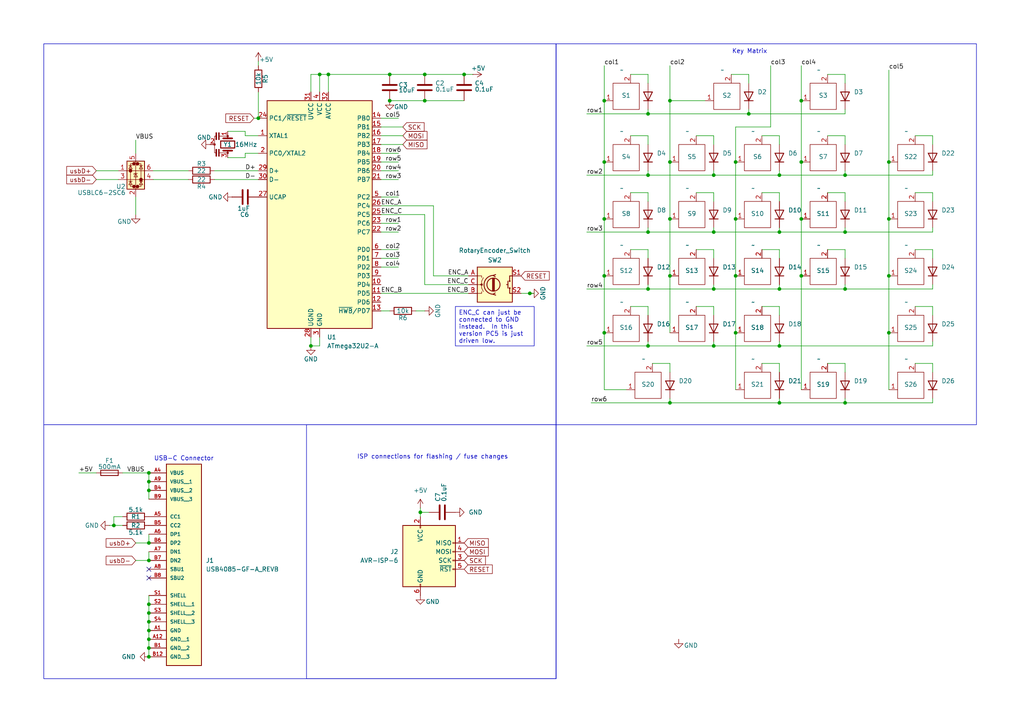
<source format=kicad_sch>
(kicad_sch (version 20250114) (generator "eeschema") (generator_version "9.0")
  (paper "A4")
  (rectangle (start 161.29 12.7) (end 283.21 123.19))
  (rectangle (start 12.7 123.19) (end 161.29 196.85))
  (rectangle (start 88.9 123.19) (end 161.29 196.85))
  (rectangle (start 12.7 12.7) (end 161.29 123.19))
  (text "USB-C Connector" (at 53.34 133.096 0) (effects (font (size 1.27 1.27))))
  (text "Key Matrix" (at 217.424 14.986 0) (effects (font (size 1.27 1.27))))
  (text "ISP connections for flashing / fuse changes" (at 125.476 132.588 0) (effects (font (size 1.27 1.27))))
  (text_box "ENC_C can just be connected to GND instead.  In this version PC5 is just driven low." (at 132.08 88.9 0) (size 22.86 11.43) (margins 0.9525 0.9525 0.9525 0.9525) (effects (font (size 1.27 1.27)) (justify left top)))
  (junction (at 207.01 50.8))
  (junction (at 92.71 21.59))
  (junction (at 175.26 96.52))
  (junction (at 43.18 157.48))
  (junction (at 226.06 67.31))
  (junction (at 207.01 67.31))
  (junction (at 187.96 100.33))
  (junction (at 187.96 67.31))
  (junction (at 213.36 96.52))
  (junction (at 113.03 21.59))
  (junction (at 113.03 29.21))
  (junction (at 43.18 187.96))
  (junction (at 153.67 85.09))
  (junction (at 43.18 139.7))
  (junction (at 90.17 100.33))
  (junction (at 245.11 116.84))
  (junction (at 43.18 182.88))
  (junction (at 232.41 80.01))
  (junction (at 43.18 137.16))
  (junction (at 43.18 175.26))
  (junction (at 245.11 83.82))
  (junction (at 74.93 34.29))
  (junction (at 226.06 116.84))
  (junction (at 194.31 29.21))
  (junction (at 257.81 80.01))
  (junction (at 207.01 83.82))
  (junction (at 213.36 80.01))
  (junction (at 245.11 67.31))
  (junction (at 175.26 63.5))
  (junction (at 95.25 21.59))
  (junction (at 43.18 185.42))
  (junction (at 33.02 152.4))
  (junction (at 226.06 50.8))
  (junction (at 43.18 190.5))
  (junction (at 217.17 33.02))
  (junction (at 121.92 148.59))
  (junction (at 175.26 29.21))
  (junction (at 232.41 29.21))
  (junction (at 187.96 83.82))
  (junction (at 232.41 46.99))
  (junction (at 257.81 96.52))
  (junction (at 257.81 63.5))
  (junction (at 175.26 80.01))
  (junction (at 43.18 180.34))
  (junction (at 226.06 100.33))
  (junction (at 194.31 80.01))
  (junction (at 194.31 46.99))
  (junction (at 187.96 50.8))
  (junction (at 213.36 46.99))
  (junction (at 123.19 21.59))
  (junction (at 43.18 177.8))
  (junction (at 187.96 33.02))
  (junction (at 213.36 63.5))
  (junction (at 207.01 100.33))
  (junction (at 175.26 46.99))
  (junction (at 245.11 50.8))
  (junction (at 194.31 63.5))
  (junction (at 226.06 83.82))
  (junction (at 257.81 46.99))
  (junction (at 134.62 21.59))
  (junction (at 43.18 142.24))
  (junction (at 123.19 29.21))
  (junction (at 232.41 63.5))
  (junction (at 194.31 116.84))
  (junction (at 43.18 162.56))
  (no_connect (at 43.18 165.1))
  (no_connect (at 43.18 167.64))
  (wire (pts (xy 187.96 99.06) (xy 187.96 100.33)))
  (wire (pts (xy 110.49 77.47) (xy 115.57 77.47)))
  (wire (pts (xy 270.51 82.55) (xy 270.51 83.82)))
  (wire (pts (xy 74.93 39.37) (xy 71.12 39.37)))
  (wire (pts (xy 194.31 19.05) (xy 194.31 29.21)))
  (wire (pts (xy 27.94 49.53) (xy 34.29 49.53)))
  (wire (pts (xy 187.96 67.31) (xy 207.01 67.31)))
  (wire (pts (xy 175.26 80.01) (xy 175.26 96.52)))
  (wire (pts (xy 217.17 21.59) (xy 217.17 24.13)))
  (wire (pts (xy 33.02 152.4) (xy 31.75 152.4)))
  (wire (pts (xy 116.84 39.37) (xy 110.49 39.37)))
  (wire (pts (xy 110.49 74.93) (xy 115.57 74.93)))
  (wire (pts (xy 43.18 142.24) (xy 43.18 144.78)))
  (wire (pts (xy 43.18 160.02) (xy 43.18 162.56)))
  (wire (pts (xy 43.18 180.34) (xy 43.18 182.88)))
  (wire (pts (xy 194.31 63.5) (xy 194.31 80.01)))
  (wire (pts (xy 110.49 90.17) (xy 113.03 90.17)))
  (wire (pts (xy 226.06 116.84) (xy 245.11 116.84)))
  (wire (pts (xy 92.71 100.33) (xy 90.17 100.33)))
  (wire (pts (xy 175.26 113.03) (xy 175.26 96.52)))
  (wire (pts (xy 74.93 44.45) (xy 71.12 44.45)))
  (wire (pts (xy 207.01 67.31) (xy 226.06 67.31)))
  (wire (pts (xy 90.17 97.79) (xy 90.17 100.33)))
  (wire (pts (xy 220.98 55.88) (xy 226.06 55.88)))
  (wire (pts (xy 213.36 63.5) (xy 213.36 80.01)))
  (wire (pts (xy 270.51 55.88) (xy 270.51 58.42)))
  (wire (pts (xy 220.98 105.41) (xy 226.06 105.41)))
  (wire (pts (xy 33.02 149.86) (xy 35.56 149.86)))
  (wire (pts (xy 265.43 72.39) (xy 270.51 72.39)))
  (wire (pts (xy 171.45 116.84) (xy 194.31 116.84)))
  (wire (pts (xy 270.51 49.53) (xy 270.51 50.8)))
  (wire (pts (xy 257.81 63.5) (xy 257.81 80.01)))
  (wire (pts (xy 240.03 72.39) (xy 245.11 72.39)))
  (wire (pts (xy 212.09 21.59) (xy 217.17 21.59)))
  (wire (pts (xy 217.17 31.75) (xy 217.17 33.02)))
  (wire (pts (xy 207.01 50.8) (xy 226.06 50.8)))
  (wire (pts (xy 245.11 66.04) (xy 245.11 67.31)))
  (wire (pts (xy 175.26 63.5) (xy 175.26 80.01)))
  (wire (pts (xy 226.06 66.04) (xy 226.06 67.31)))
  (wire (pts (xy 270.51 72.39) (xy 270.51 74.93)))
  (wire (pts (xy 232.41 46.99) (xy 232.41 63.5)))
  (wire (pts (xy 175.26 19.05) (xy 175.26 29.21)))
  (wire (pts (xy 204.47 29.21) (xy 194.31 29.21)))
  (wire (pts (xy 187.96 33.02) (xy 217.17 33.02)))
  (wire (pts (xy 66.04 45.72) (xy 71.12 45.72)))
  (wire (pts (xy 194.31 80.01) (xy 194.31 96.52)))
  (wire (pts (xy 220.98 88.9) (xy 226.06 88.9)))
  (wire (pts (xy 170.18 33.02) (xy 187.96 33.02)))
  (wire (pts (xy 201.93 39.37) (xy 207.01 39.37)))
  (wire (pts (xy 170.18 67.31) (xy 187.96 67.31)))
  (wire (pts (xy 116.84 36.83) (xy 110.49 36.83)))
  (wire (pts (xy 123.19 82.55) (xy 135.89 82.55)))
  (wire (pts (xy 33.02 152.4) (xy 35.56 152.4)))
  (wire (pts (xy 245.11 50.8) (xy 270.51 50.8)))
  (wire (pts (xy 74.93 26.67) (xy 74.93 34.29)))
  (wire (pts (xy 71.12 44.45) (xy 71.12 45.72)))
  (wire (pts (xy 223.52 19.05) (xy 223.52 36.83)))
  (wire (pts (xy 135.89 80.01) (xy 125.73 80.01)))
  (wire (pts (xy 43.18 177.8) (xy 43.18 180.34)))
  (wire (pts (xy 43.18 187.96) (xy 43.18 190.5)))
  (wire (pts (xy 194.31 105.41) (xy 194.31 107.95)))
  (wire (pts (xy 182.88 72.39) (xy 187.96 72.39)))
  (wire (pts (xy 170.18 50.8) (xy 187.96 50.8)))
  (wire (pts (xy 187.96 67.31) (xy 187.96 66.04)))
  (wire (pts (xy 213.36 46.99) (xy 213.36 36.83)))
  (wire (pts (xy 265.43 55.88) (xy 270.51 55.88)))
  (wire (pts (xy 39.37 162.56) (xy 43.18 162.56)))
  (wire (pts (xy 265.43 39.37) (xy 270.51 39.37)))
  (wire (pts (xy 201.93 88.9) (xy 207.01 88.9)))
  (wire (pts (xy 187.96 72.39) (xy 187.96 74.93)))
  (wire (pts (xy 194.31 115.57) (xy 194.31 116.84)))
  (wire (pts (xy 226.06 83.82) (xy 245.11 83.82)))
  (wire (pts (xy 207.01 83.82) (xy 226.06 83.82)))
  (wire (pts (xy 220.98 72.39) (xy 226.06 72.39)))
  (wire (pts (xy 232.41 80.01) (xy 232.41 113.03)))
  (wire (pts (xy 265.43 105.41) (xy 270.51 105.41)))
  (wire (pts (xy 270.51 88.9) (xy 270.51 91.44)))
  (wire (pts (xy 270.51 39.37) (xy 270.51 41.91)))
  (wire (pts (xy 44.45 52.07) (xy 54.61 52.07)))
  (wire (pts (xy 194.31 29.21) (xy 194.31 46.99)))
  (wire (pts (xy 66.04 38.1) (xy 71.12 38.1)))
  (wire (pts (xy 71.12 39.37) (xy 71.12 38.1)))
  (wire (pts (xy 110.49 44.45) (xy 115.57 44.45)))
  (wire (pts (xy 43.18 182.88) (xy 43.18 185.42)))
  (wire (pts (xy 245.11 105.41) (xy 245.11 107.95)))
  (wire (pts (xy 22.86 137.16) (xy 27.94 137.16)))
  (wire (pts (xy 90.17 21.59) (xy 90.17 26.67)))
  (wire (pts (xy 187.96 49.53) (xy 187.96 50.8)))
  (wire (pts (xy 123.19 21.59) (xy 134.62 21.59)))
  (wire (pts (xy 95.25 21.59) (xy 95.25 26.67)))
  (wire (pts (xy 232.41 19.05) (xy 232.41 29.21)))
  (wire (pts (xy 175.26 29.21) (xy 175.26 46.99)))
  (wire (pts (xy 110.49 64.77) (xy 115.57 64.77)))
  (wire (pts (xy 226.06 49.53) (xy 226.06 50.8)))
  (wire (pts (xy 110.49 72.39) (xy 115.57 72.39)))
  (wire (pts (xy 240.03 39.37) (xy 245.11 39.37)))
  (wire (pts (xy 194.31 116.84) (xy 226.06 116.84)))
  (wire (pts (xy 220.98 39.37) (xy 226.06 39.37)))
  (wire (pts (xy 110.49 85.09) (xy 135.89 85.09)))
  (wire (pts (xy 187.96 83.82) (xy 207.01 83.82)))
  (wire (pts (xy 187.96 88.9) (xy 187.96 91.44)))
  (wire (pts (xy 43.18 137.16) (xy 43.18 139.7)))
  (wire (pts (xy 245.11 67.31) (xy 270.51 67.31)))
  (wire (pts (xy 245.11 31.75) (xy 245.11 33.02)))
  (wire (pts (xy 113.03 21.59) (xy 123.19 21.59)))
  (wire (pts (xy 95.25 21.59) (xy 113.03 21.59)))
  (wire (pts (xy 182.88 39.37) (xy 187.96 39.37)))
  (wire (pts (xy 213.36 36.83) (xy 223.52 36.83)))
  (wire (pts (xy 187.96 21.59) (xy 187.96 24.13)))
  (wire (pts (xy 270.51 105.41) (xy 270.51 107.95)))
  (wire (pts (xy 270.51 99.06) (xy 270.51 100.33)))
  (wire (pts (xy 270.51 66.04) (xy 270.51 67.31)))
  (wire (pts (xy 201.93 55.88) (xy 207.01 55.88)))
  (wire (pts (xy 137.16 21.59) (xy 134.62 21.59)))
  (wire (pts (xy 226.06 50.8) (xy 245.11 50.8)))
  (wire (pts (xy 226.06 72.39) (xy 226.06 74.93)))
  (wire (pts (xy 187.96 39.37) (xy 187.96 41.91)))
  (wire (pts (xy 121.92 149.86) (xy 121.92 148.59)))
  (wire (pts (xy 240.03 55.88) (xy 245.11 55.88)))
  (wire (pts (xy 245.11 116.84) (xy 270.51 116.84)))
  (wire (pts (xy 121.92 147.32) (xy 121.92 148.59)))
  (wire (pts (xy 187.96 31.75) (xy 187.96 33.02)))
  (wire (pts (xy 207.01 100.33) (xy 226.06 100.33)))
  (wire (pts (xy 110.49 46.99) (xy 115.57 46.99)))
  (wire (pts (xy 201.93 72.39) (xy 207.01 72.39)))
  (wire (pts (xy 232.41 63.5) (xy 232.41 80.01)))
  (wire (pts (xy 240.03 105.41) (xy 245.11 105.41)))
  (wire (pts (xy 170.18 83.82) (xy 187.96 83.82)))
  (wire (pts (xy 74.93 52.07) (xy 62.23 52.07)))
  (wire (pts (xy 257.81 46.99) (xy 257.81 63.5)))
  (wire (pts (xy 270.51 115.57) (xy 270.51 116.84)))
  (wire (pts (xy 245.11 72.39) (xy 245.11 74.93)))
  (wire (pts (xy 245.11 83.82) (xy 270.51 83.82)))
  (wire (pts (xy 123.19 29.21) (xy 134.62 29.21)))
  (wire (pts (xy 240.03 21.59) (xy 245.11 21.59)))
  (wire (pts (xy 207.01 88.9) (xy 207.01 91.44)))
  (wire (pts (xy 207.01 50.8) (xy 207.01 49.53)))
  (wire (pts (xy 187.96 100.33) (xy 207.01 100.33)))
  (wire (pts (xy 213.36 80.01) (xy 213.36 96.52)))
  (wire (pts (xy 35.56 137.16) (xy 43.18 137.16)))
  (wire (pts (xy 207.01 55.88) (xy 207.01 58.42)))
  (wire (pts (xy 217.17 33.02) (xy 245.11 33.02)))
  (wire (pts (xy 189.23 105.41) (xy 194.31 105.41)))
  (wire (pts (xy 92.71 21.59) (xy 95.25 21.59)))
  (wire (pts (xy 207.01 82.55) (xy 207.01 83.82)))
  (wire (pts (xy 245.11 39.37) (xy 245.11 41.91)))
  (wire (pts (xy 110.49 57.15) (xy 115.57 57.15)))
  (wire (pts (xy 110.49 34.29) (xy 115.57 34.29)))
  (wire (pts (xy 226.06 88.9) (xy 226.06 91.44)))
  (wire (pts (xy 245.11 82.55) (xy 245.11 83.82)))
  (wire (pts (xy 245.11 115.57) (xy 245.11 116.84)))
  (wire (pts (xy 73.66 34.29) (xy 74.93 34.29)))
  (wire (pts (xy 74.93 49.53) (xy 62.23 49.53)))
  (wire (pts (xy 43.18 172.72) (xy 43.18 175.26)))
  (wire (pts (xy 110.49 67.31) (xy 115.57 67.31)))
  (wire (pts (xy 154.94 85.09) (xy 153.67 85.09)))
  (wire (pts (xy 257.81 96.52) (xy 257.81 113.03)))
  (wire (pts (xy 207.01 66.04) (xy 207.01 67.31)))
  (wire (pts (xy 39.37 40.64) (xy 39.37 44.45)))
  (wire (pts (xy 226.06 99.06) (xy 226.06 100.33)))
  (wire (pts (xy 226.06 82.55) (xy 226.06 83.82)))
  (wire (pts (xy 110.49 52.07) (xy 115.57 52.07)))
  (wire (pts (xy 182.88 88.9) (xy 187.96 88.9)))
  (wire (pts (xy 265.43 88.9) (xy 270.51 88.9)))
  (wire (pts (xy 213.36 96.52) (xy 213.36 113.03)))
  (wire (pts (xy 257.81 20.32) (xy 257.81 46.99)))
  (wire (pts (xy 110.49 59.69) (xy 125.73 59.69)))
  (wire (pts (xy 245.11 55.88) (xy 245.11 58.42)))
  (wire (pts (xy 182.88 21.59) (xy 187.96 21.59)))
  (wire (pts (xy 43.18 175.26) (xy 43.18 177.8)))
  (wire (pts (xy 74.93 17.78) (xy 74.93 19.05)))
  (wire (pts (xy 43.18 185.42) (xy 43.18 187.96)))
  (wire (pts (xy 110.49 49.53) (xy 115.57 49.53)))
  (wire (pts (xy 92.71 21.59) (xy 92.71 26.67)))
  (wire (pts (xy 257.81 80.01) (xy 257.81 96.52)))
  (wire (pts (xy 39.37 62.23) (xy 39.37 57.15)))
  (wire (pts (xy 207.01 39.37) (xy 207.01 41.91)))
  (wire (pts (xy 245.11 49.53) (xy 245.11 50.8)))
  (wire (pts (xy 39.37 157.48) (xy 43.18 157.48)))
  (wire (pts (xy 27.94 52.07) (xy 34.29 52.07)))
  (wire (pts (xy 43.18 157.48) (xy 43.18 154.94)))
  (wire (pts (xy 90.17 21.59) (xy 92.71 21.59)))
  (wire (pts (xy 245.11 21.59) (xy 245.11 24.13)))
  (wire (pts (xy 207.01 99.06) (xy 207.01 100.33)))
  (wire (pts (xy 187.96 50.8) (xy 207.01 50.8)))
  (wire (pts (xy 43.18 139.7) (xy 43.18 142.24)))
  (wire (pts (xy 175.26 46.99) (xy 175.26 63.5)))
  (wire (pts (xy 116.84 41.91) (xy 110.49 41.91)))
  (wire (pts (xy 110.49 62.23) (xy 123.19 62.23)))
  (wire (pts (xy 232.41 29.21) (xy 232.41 46.99)))
  (wire (pts (xy 213.36 46.99) (xy 213.36 63.5)))
  (wire (pts (xy 226.06 67.31) (xy 245.11 67.31)))
  (wire (pts (xy 113.03 29.21) (xy 123.19 29.21)))
  (wire (pts (xy 226.06 115.57) (xy 226.06 116.84)))
  (wire (pts (xy 226.06 100.33) (xy 270.51 100.33)))
  (wire (pts (xy 120.65 90.17) (xy 123.19 90.17)))
  (wire (pts (xy 92.71 97.79) (xy 92.71 100.33)))
  (wire (pts (xy 207.01 72.39) (xy 207.01 74.93)))
  (wire (pts (xy 226.06 39.37) (xy 226.06 41.91)))
  (wire (pts (xy 170.18 100.33) (xy 187.96 100.33)))
  (wire (pts (xy 194.31 46.99) (xy 194.31 63.5)))
  (wire (pts (xy 33.02 149.86) (xy 33.02 152.4)))
  (wire (pts (xy 44.45 49.53) (xy 54.61 49.53)))
  (wire (pts (xy 226.06 55.88) (xy 226.06 58.42)))
  (wire (pts (xy 153.67 85.09) (xy 151.13 85.09)))
  (wire (pts (xy 123.19 82.55) (xy 123.19 62.23)))
  (wire (pts (xy 182.88 55.88) (xy 187.96 55.88)))
  (wire (pts (xy 187.96 82.55) (xy 187.96 83.82)))
  (wire (pts (xy 181.61 113.03) (xy 175.26 113.03)))
  (wire (pts (xy 125.73 80.01) (xy 125.73 59.69)))
  (wire (pts (xy 226.06 105.41) (xy 226.06 107.95)))
  (wire (pts (xy 121.92 148.59) (xy 124.46 148.59)))
  (wire (pts (xy 187.96 55.88) (xy 187.96 58.42)))
  (label "col2" (at 194.31 19.05 0))
  (label "ENC_C" (at 135.89 82.55 180))
  (label "VBUS" (at 36.83 137.16 0))
  (label "col1" (at 111.76 57.15 0))
  (label "col5" (at 257.81 20.32 0))
  (label "row3" (at 111.76 52.07 0))
  (label "col3" (at 111.76 74.93 0))
  (label "row3" (at 170.18 67.31 0))
  (label "D-" (at 71.12 52.07 0))
  (label "row1" (at 111.76 64.77 0))
  (label "col1" (at 175.26 19.05 0))
  (label "col3" (at 223.52 19.05 0))
  (label "ENC_B" (at 110.49 85.09 0))
  (label "D+" (at 71.12 49.53 0))
  (label "+5V" (at 22.86 137.16 0))
  (label "ENC_C" (at 110.49 62.23 0))
  (label "ENC_A" (at 135.89 80.01 180))
  (label "row2" (at 170.18 50.8 0))
  (label "col4" (at 232.41 19.05 0))
  (label "ENC_A" (at 110.49 59.69 0))
  (label "col4" (at 111.76 77.47 0))
  (label "ENC_B" (at 135.89 85.09 180))
  (label "row6" (at 171.45 116.84 0))
  (label "row4" (at 111.76 49.53 0))
  (label "row6" (at 111.76 44.45 0))
  (label "col5" (at 111.76 34.29 0))
  (label "row5" (at 170.18 100.33 0))
  (label "row1" (at 170.18 33.02 0))
  (label "col2" (at 111.76 72.39 0))
  (label "row2" (at 111.76 67.31 0))
  (label "row4" (at 170.18 83.82 0))
  (label "row5" (at 111.76 46.99 0))
  (label "VBUS" (at 39.37 40.64 0))
  (global_label "usbD+" (shape input) (at 39.37 157.48 180) (property "Intersheetrefs" "${INTERSHEET_REFS}" (effects (hide yes))))
  (global_label "RESET" (shape input) (at 134.62 165.1 0) (property "Intersheetrefs" "${INTERSHEET_REFS}" (effects (hide yes))))
  (global_label "usbD+" (shape input) (at 27.94 49.53 180) (property "Intersheetrefs" "${INTERSHEET_REFS}" (effects (hide yes))))
  (global_label "MISO" (shape input) (at 134.62 157.48 0) (property "Intersheetrefs" "${INTERSHEET_REFS}" (effects (hide yes))))
  (global_label "RESET" (shape input) (at 73.66 34.29 180) (property "Intersheetrefs" "${INTERSHEET_REFS}" (effects (hide yes))))
  (global_label "SCK" (shape input) (at 134.62 162.56 0) (property "Intersheetrefs" "${INTERSHEET_REFS}" (effects (hide yes))))
  (global_label "MOSI" (shape input) (at 134.62 160.02 0) (property "Intersheetrefs" "${INTERSHEET_REFS}" (effects (hide yes))))
  (global_label "usbD-" (shape input) (at 27.94 52.07 180) (property "Intersheetrefs" "${INTERSHEET_REFS}" (effects (hide yes))))
  (global_label "usbD-" (shape input) (at 39.37 162.56 180) (property "Intersheetrefs" "${INTERSHEET_REFS}" (effects (hide yes))))
  (global_label "MOSI" (shape input) (at 116.84 39.37 0) (property "Intersheetrefs" "${INTERSHEET_REFS}" (effects (hide yes))))
  (global_label "MISO" (shape input) (at 116.84 41.91 0) (property "Intersheetrefs" "${INTERSHEET_REFS}" (effects (hide yes))))
  (global_label "RESET" (shape input) (at 151.13 80.01 0) (property "Intersheetrefs" "${INTERSHEET_REFS}" (effects (hide yes))))
  (global_label "SCK" (shape input) (at 116.84 36.83 0) (property "Intersheetrefs" "${INTERSHEET_REFS}" (effects (hide yes))))
  (symbol (lib_id "privSwitch:mxalps_1") (at 219.71 62.23 0) (unit 1)
    (property "Reference" "S10" (at 219.71 61.976 0))
    (property "Value" "~" (at 218.44 54.61 0))
    (property "Footprint" "alpsMX:MX-Alps-Hybrid-1U" (effects (hide yes)))
  )
  (symbol (lib_id "Diode:BAV16W") (at 245.11 78.74 90) (unit 1)
    (property "Reference" "D15" (at 247.65 77.4699 90) (effects (justify right)))
    (property "Value" "BAV16W" (effects (hide yes)))
    (property "Footprint" "Diode_SMD:D_SOD-123" (effects (hide yes)))
    (property "Datasheet" "https://www.diodes.com/assets/Datasheets/ds30086.pdf" (effects (hide yes)))
    (property "Description" "75V 0.15A Fast Switching Diode, SOD-123" (effects (hide yes)))
    (property "Sim.Device" "D" (effects (hide yes)))
    (property "Sim.Pins" "1=K 2=A" (effects (hide yes)))
  )
  (symbol (lib_id "Diode:BAV16W") (at 226.06 62.23 90) (unit 1)
    (property "Reference" "D10" (at 228.6 60.9599 90) (effects (justify right)))
    (property "Value" "BAV16W" (effects (hide yes)))
    (property "Footprint" "Diode_SMD:D_SOD-123" (effects (hide yes)))
    (property "Datasheet" "https://www.diodes.com/assets/Datasheets/ds30086.pdf" (effects (hide yes)))
    (property "Description" "75V 0.15A Fast Switching Diode, SOD-123" (effects (hide yes)))
    (property "Sim.Device" "D" (effects (hide yes)))
    (property "Sim.Pins" "1=K 2=A" (effects (hide yes)))
  )
  (symbol (lib_id "privSwitch:mxalps_1") (at 200.66 45.72 0) (unit 1)
    (property "Reference" "S5" (at 200.66 45.466 0))
    (property "Value" "~" (at 199.39 38.1 0))
    (property "Footprint" "alpsMX:MX-Alps-Hybrid-1U" (effects (hide yes)))
  )
  (symbol (lib_id "power:GND") (at 153.67 85.09 90) (mirror x) (unit 1)
    (property "Reference" "#PWR07" (effects (hide yes)))
    (property "Value" "GND" (at 157.48 85.09 0))
    (property "Description" "Power symbol creates a global label with name \"GND\" , ground" (effects (hide yes)))
  )
  (symbol (lib_id "privSwitch:mxalps_1") (at 264.16 62.23 0) (unit 1)
    (property "Reference" "S23" (at 264.16 61.976 0))
    (property "Value" "~" (at 262.89 54.61 0))
    (property "Footprint" "alpsMX:MX-Alps-Hybrid-1U" (effects (hide yes)))
  )
  (symbol (lib_id "Device:R") (at 39.37 152.4 270) (unit 1)
    (property "Reference" "R2" (at 39.37 152.4 90))
    (property "Value" "5.1k" (at 39.37 154.432 90))
    (property "Footprint" "Resistor_SMD:R_0805_2012Metric_Pad1.20x1.40mm_HandSolder" (effects (hide yes)))
    (property "Description" "Resistor" (effects (hide yes)))
  )
  (symbol (lib_id "power:+5V") (at 137.16 21.59 270) (unit 1)
    (property "Reference" "#PWR010" (effects (hide yes)))
    (property "Value" "+5V" (at 136.652 19.812 90) (effects (justify left)))
    (property "Description" "Power symbol creates a global label with name \"+5V\"" (effects (hide yes)))
  )
  (symbol (lib_id "power:+5V") (at 121.92 147.32 0) (unit 1)
    (property "Reference" "#PWR016" (effects (hide yes)))
    (property "Value" "+5V" (at 121.92 142.24 0))
    (property "Description" "Power symbol creates a global label with name \"+5V\"" (effects (hide yes)))
  )
  (symbol (lib_id "Device:R") (at 116.84 90.17 270) (unit 1)
    (property "Reference" "R6" (at 116.84 92.202 90))
    (property "Value" "10k" (at 116.84 90.17 90))
    (property "Footprint" "Resistor_SMD:R_0805_2012Metric_Pad1.20x1.40mm_HandSolder" (effects (hide yes)))
    (property "Description" "Resistor" (effects (hide yes)))
  )
  (symbol (lib_id "MCU_Microchip_ATmega:ATmega32U2-A") (at 92.71 62.23 0) (unit 1)
    (property "Reference" "U1" (at 94.8533 97.79 0) (effects (justify left)))
    (property "Value" "ATmega32U2-A" (at 94.8533 100.33 0) (effects (justify left)))
    (property "Footprint" "Package_QFP:TQFP-32_7x7mm_P0.8mm" (effects (hide yes)))
    (property "Datasheet" "http://ww1.microchip.com/downloads/en/DeviceDoc/doc7799.pdf" (effects (hide yes)))
    (property "Description" "16MHz, 32kB Flash, 1kB SRAM, 1kB EEPROM, TQFP-32" (effects (hide yes)))
  )
  (symbol (lib_id "privSwitch:mxalps_1") (at 264.16 78.74 0) (unit 1)
    (property "Reference" "S24" (at 264.16 78.486 0))
    (property "Value" "~" (at 262.89 71.12 0))
    (property "Footprint" "alpsMX:MX-Alps-Hybrid-1U" (effects (hide yes)))
  )
  (symbol (lib_id "Device:R") (at 39.37 149.86 270) (unit 1)
    (property "Reference" "R1" (at 39.37 149.86 90))
    (property "Value" "5.1k" (at 39.37 147.828 90))
    (property "Footprint" "Resistor_SMD:R_0805_2012Metric_Pad1.20x1.40mm_HandSolder" (effects (hide yes)))
    (property "Description" "Resistor" (effects (hide yes)))
  )
  (symbol (lib_id "privSwitch:mxalps_1") (at 181.61 95.25 0) (unit 1)
    (property "Reference" "S16" (at 181.61 94.996 0))
    (property "Value" "~" (at 180.34 87.63 0))
    (property "Footprint" "alpsMX:MX-Alps-Hybrid-1U" (effects (hide yes)))
  )
  (symbol (lib_id "Diode:BAV16W") (at 226.06 45.72 90) (unit 1)
    (property "Reference" "D6" (at 228.6 44.4499 90) (effects (justify right)))
    (property "Value" "BAV16W" (effects (hide yes)))
    (property "Footprint" "Diode_SMD:D_SOD-123" (effects (hide yes)))
    (property "Datasheet" "https://www.diodes.com/assets/Datasheets/ds30086.pdf" (effects (hide yes)))
    (property "Description" "75V 0.15A Fast Switching Diode, SOD-123" (effects (hide yes)))
    (property "Sim.Device" "D" (effects (hide yes)))
    (property "Sim.Pins" "1=K 2=A" (effects (hide yes)))
  )
  (symbol (lib_id "privSwitch:mxalps_1") (at 219.71 111.76 0) (unit 1)
    (property "Reference" "S21" (at 219.71 111.506 0))
    (property "Value" "~" (at 218.44 104.14 0))
    (property "Footprint" "alpsMX:MX-Alps-Hybrid-1U" (effects (hide yes)))
  )
  (symbol (lib_id "Device:C") (at 71.12 57.15 270) (unit 1)
    (property "Reference" "C6" (at 69.596 62.23 90) (effects (justify left)))
    (property "Value" "1uF" (at 68.834 60.452 90) (effects (justify left)))
    (property "Footprint" "Capacitor_SMD:C_0805_2012Metric_Pad1.18x1.45mm_HandSolder" (effects (hide yes)))
    (property "Description" "Unpolarized capacitor" (effects (hide yes)))
  )
  (symbol (lib_id "Diode:BAV16W") (at 207.01 62.23 90) (unit 1)
    (property "Reference" "D9" (at 209.55 60.9599 90) (effects (justify right)))
    (property "Value" "BAV16W" (effects (hide yes)))
    (property "Footprint" "Diode_SMD:D_SOD-123" (effects (hide yes)))
    (property "Datasheet" "https://www.diodes.com/assets/Datasheets/ds30086.pdf" (effects (hide yes)))
    (property "Description" "75V 0.15A Fast Switching Diode, SOD-123" (effects (hide yes)))
    (property "Sim.Device" "D" (effects (hide yes)))
    (property "Sim.Pins" "1=K 2=A" (effects (hide yes)))
  )
  (symbol (lib_id "Device:C") (at 123.19 25.4 0) (unit 1)
    (property "Reference" "C2" (at 126.238 24.13 0) (effects (justify left)))
    (property "Value" "0.1uF" (at 126.238 25.908 0) (effects (justify left)))
    (property "Footprint" "Capacitor_SMD:C_0805_2012Metric_Pad1.18x1.45mm_HandSolder" (effects (hide yes)))
    (property "Description" "Unpolarized capacitor" (effects (hide yes)))
  )
  (symbol (lib_id "Diode:BAV16W") (at 194.31 111.76 90) (unit 1)
    (property "Reference" "D20" (at 196.85 110.4899 90) (effects (justify right)))
    (property "Value" "BAV16W" (effects (hide yes)))
    (property "Footprint" "Diode_SMD:D_SOD-123" (effects (hide yes)))
    (property "Datasheet" "https://www.diodes.com/assets/Datasheets/ds30086.pdf" (effects (hide yes)))
    (property "Description" "75V 0.15A Fast Switching Diode, SOD-123" (effects (hide yes)))
    (property "Sim.Device" "D" (effects (hide yes)))
    (property "Sim.Pins" "1=K 2=A" (effects (hide yes)))
  )
  (symbol (lib_id "Device:C") (at 128.27 148.59 90) (unit 1)
    (property "Reference" "C7" (at 127 145.542 0) (effects (justify left)))
    (property "Value" "0.1uF" (at 128.778 145.542 0) (effects (justify left)))
    (property "Footprint" "Capacitor_SMD:C_0805_2012Metric_Pad1.18x1.45mm_HandSolder" (effects (hide yes)))
    (property "Description" "Unpolarized capacitor" (effects (hide yes)))
  )
  (symbol (lib_id "Diode:BAV16W") (at 270.51 111.76 90) (unit 1)
    (property "Reference" "D26" (at 273.05 110.4899 90) (effects (justify right)))
    (property "Value" "BAV16W" (effects (hide yes)))
    (property "Footprint" "Diode_SMD:D_SOD-123" (effects (hide yes)))
    (property "Datasheet" "https://www.diodes.com/assets/Datasheets/ds30086.pdf" (effects (hide yes)))
    (property "Description" "75V 0.15A Fast Switching Diode, SOD-123" (effects (hide yes)))
    (property "Sim.Device" "D" (effects (hide yes)))
    (property "Sim.Pins" "1=K 2=A" (effects (hide yes)))
  )
  (symbol (lib_id "privSwitch:mxalps_1") (at 200.66 95.25 0) (unit 1)
    (property "Reference" "S17" (at 200.66 94.996 0))
    (property "Value" "~" (at 199.39 87.63 0))
    (property "Footprint" "alpsMX:MX-Alps-Hybrid-1U" (effects (hide yes)))
  )
  (symbol (lib_id "power:GND") (at 67.31 57.15 270) (mirror x) (unit 1)
    (property "Reference" "#PWR013" (effects (hide yes)))
    (property "Value" "GND" (at 62.484 57.15 90))
    (property "Description" "Power symbol creates a global label with name \"GND\" , ground" (effects (hide yes)))
  )
  (symbol (lib_id "Device:R") (at 58.42 52.07 90) (mirror x) (unit 1)
    (property "Reference" "R4" (at 58.42 54.102 90))
    (property "Value" "22" (at 58.42 52.07 90))
    (property "Footprint" "Resistor_SMD:R_0805_2012Metric_Pad1.20x1.40mm_HandSolder" (effects (hide yes)))
    (property "Description" "Resistor" (effects (hide yes)))
  )
  (symbol (lib_id "USB4085-GF-A_REVB:USB4085-GF-A_REVB") (at 53.34 152.4 0) (unit 1)
    (property "Reference" "J1" (at 59.69 162.5599 0) (effects (justify left)))
    (property "Value" "USB4085-GF-A_REVB" (at 59.69 165.0999 0) (effects (justify left)))
    (property "Footprint" "usbCthroughhole:GCT_USB4085-GF-A_REVB" (effects (hide yes)))
    (property "PARTREV" "B" (effects (hide yes)))
    (property "STANDARD" "Manufacturer Recommendations" (effects (hide yes)))
    (property "SNAPEDA_PN" "USB4085-GF-A" (effects (hide yes)))
    (property "MAXIMUM_PACKAGE_HEIGHT" "3.16mm" (effects (hide yes)))
    (property "MANUFACTURER" "Global Connector Technology" (effects (hide yes)))
  )
  (symbol (lib_id "Diode:BAV16W") (at 187.96 78.74 90) (unit 1)
    (property "Reference" "D12" (at 190.5 77.4699 90) (effects (justify right)))
    (property "Value" "BAV16W" (effects (hide yes)))
    (property "Footprint" "Diode_SMD:D_SOD-123" (effects (hide yes)))
    (property "Datasheet" "https://www.diodes.com/assets/Datasheets/ds30086.pdf" (effects (hide yes)))
    (property "Description" "75V 0.15A Fast Switching Diode, SOD-123" (effects (hide yes)))
    (property "Sim.Device" "D" (effects (hide yes)))
    (property "Sim.Pins" "1=K 2=A" (effects (hide yes)))
  )
  (symbol (lib_id "privSwitch:mxalps_1") (at 238.76 45.72 0) (unit 1)
    (property "Reference" "S7" (at 238.76 45.466 0))
    (property "Value" "~" (at 237.49 38.1 0))
    (property "Footprint" "alpsMX:MX-Alps-Hybrid-1U" (effects (hide yes)))
  )
  (symbol (lib_id "privSwitch:mxalps_1") (at 264.16 45.72 0) (unit 1)
    (property "Reference" "S22" (at 264.16 45.466 0))
    (property "Value" "~" (at 262.89 38.1 0))
    (property "Footprint" "alpsMX:MX-Alps-Hybrid-1U" (effects (hide yes)))
  )
  (symbol (lib_id "privSwitch:mxalps_1") (at 238.76 78.74 0) (unit 1)
    (property "Reference" "S15" (at 238.76 78.486 0))
    (property "Value" "~" (at 237.49 71.12 0))
    (property "Footprint" "alpsMX:MX-Alps-Hybrid-1U" (effects (hide yes)))
  )
  (symbol (lib_id "power:GND") (at 31.75 152.4 270) (unit 1)
    (property "Reference" "#PWR02" (effects (hide yes)))
    (property "Value" "GND" (at 28.702 152.4 90) (effects (justify right)))
    (property "Description" "Power symbol creates a global label with name \"GND\" , ground" (effects (hide yes)))
  )
  (symbol (lib_id "Diode:BAV16W") (at 187.96 95.25 90) (unit 1)
    (property "Reference" "D16" (at 190.5 93.9799 90) (effects (justify right)))
    (property "Value" "BAV16W" (effects (hide yes)))
    (property "Footprint" "Diode_SMD:D_SOD-123" (effects (hide yes)))
    (property "Datasheet" "https://www.diodes.com/assets/Datasheets/ds30086.pdf" (effects (hide yes)))
    (property "Description" "75V 0.15A Fast Switching Diode, SOD-123" (effects (hide yes)))
    (property "Sim.Device" "D" (effects (hide yes)))
    (property "Sim.Pins" "1=K 2=A" (effects (hide yes)))
  )
  (symbol (lib_id "privSwitch:mxalps_1") (at 219.71 95.25 0) (unit 1)
    (property "Reference" "S18" (at 219.71 94.996 0))
    (property "Value" "~" (at 218.44 87.63 0))
    (property "Footprint" "alpsMX:MX-Alps-Hybrid-1U" (effects (hide yes)))
  )
  (symbol (lib_id "privSwitch:mxalps_1") (at 187.96 111.76 0) (unit 1)
    (property "Reference" "S20" (at 187.96 111.506 0))
    (property "Value" "~" (at 186.69 104.14 0))
    (property "Footprint" "alpsMX:MX-Alps-Hybrid-2U-nostab" (effects (hide yes)))
  )
  (symbol (lib_id "privSwitch:mxalps_1") (at 210.82 27.94 0) (unit 1)
    (property "Reference" "S2" (at 210.82 27.686 0))
    (property "Value" "~" (at 209.55 20.32 0))
    (property "Footprint" "alpsMX:MX-Alps-Hybrid-2U-nostab" (effects (hide yes)))
  )
  (symbol (lib_id "Diode:BAV16W") (at 270.51 45.72 90) (unit 1)
    (property "Reference" "D22" (at 273.05 44.4499 90) (effects (justify right)))
    (property "Value" "BAV16W" (effects (hide yes)))
    (property "Footprint" "Diode_SMD:D_SOD-123" (effects (hide yes)))
    (property "Datasheet" "https://www.diodes.com/assets/Datasheets/ds30086.pdf" (effects (hide yes)))
    (property "Description" "75V 0.15A Fast Switching Diode, SOD-123" (effects (hide yes)))
    (property "Sim.Device" "D" (effects (hide yes)))
    (property "Sim.Pins" "1=K 2=A" (effects (hide yes)))
  )
  (symbol (lib_id "privSwitch:mxalps_1") (at 200.66 62.23 0) (unit 1)
    (property "Reference" "S9" (at 200.66 61.976 0))
    (property "Value" "~" (at 199.39 54.61 0))
    (property "Footprint" "alpsMX:MX-Alps-Hybrid-1U" (effects (hide yes)))
  )
  (symbol (lib_id "privSwitch:mxalps_1") (at 181.61 62.23 0) (unit 1)
    (property "Reference" "S8" (at 181.61 61.976 0))
    (property "Value" "~" (at 180.34 54.61 0))
    (property "Footprint" "alpsMX:MX-Alps-Hybrid-1U" (effects (hide yes)))
  )
  (symbol (lib_id "Device:Fuse") (at 31.75 137.16 90) (unit 1)
    (property "Reference" "F1" (at 31.75 133.604 90))
    (property "Value" "500mA" (at 31.75 135.382 90))
    (property "Footprint" "Fuse:Fuse_0805_2012Metric_Pad1.15x1.40mm_HandSolder" (effects (hide yes)))
    (property "Description" "Fuse" (effects (hide yes)))
  )
  (symbol (lib_id "privSwitch:mxalps_1") (at 238.76 62.23 0) (unit 1)
    (property "Reference" "S11" (at 238.76 61.976 0))
    (property "Value" "~" (at 237.49 54.61 0))
    (property "Footprint" "alpsMX:MX-Alps-Hybrid-1U" (effects (hide yes)))
  )
  (symbol (lib_id "Diode:BAV16W") (at 187.96 27.94 90) (unit 1)
    (property "Reference" "D1" (effects (hide yes)))
    (property "Value" "BAV16W" (effects (hide yes)))
    (property "Footprint" "Diode_SMD:D_SOD-123" (effects (hide yes)))
    (property "Datasheet" "https://www.diodes.com/assets/Datasheets/ds30086.pdf" (effects (hide yes)))
    (property "Description" "75V 0.15A Fast Switching Diode, SOD-123" (effects (hide yes)))
    (property "Sim.Device" "D" (effects (hide yes)))
    (property "Sim.Pins" "1=K 2=A" (effects (hide yes)))
  )
  (symbol (lib_id "power:GND") (at 132.08 148.59 90) (unit 1)
    (property "Reference" "#PWR017" (effects (hide yes)))
    (property "Value" "GND" (at 135.89 148.5899 90) (effects (justify right)))
    (property "Description" "Power symbol creates a global label with name \"GND\" , ground" (effects (hide yes)))
  )
  (symbol (lib_id "Diode:BAV16W") (at 187.96 62.23 90) (unit 1)
    (property "Reference" "D8" (at 190.5 60.9599 90) (effects (justify right)))
    (property "Value" "BAV16W" (effects (hide yes)))
    (property "Footprint" "Diode_SMD:D_SOD-123" (effects (hide yes)))
    (property "Datasheet" "https://www.diodes.com/assets/Datasheets/ds30086.pdf" (effects (hide yes)))
    (property "Description" "75V 0.15A Fast Switching Diode, SOD-123" (effects (hide yes)))
    (property "Sim.Device" "D" (effects (hide yes)))
    (property "Sim.Pins" "1=K 2=A" (effects (hide yes)))
  )
  (symbol (lib_id "privSwitch:mxalps_1") (at 200.66 78.74 0) (unit 1)
    (property "Reference" "S13" (at 200.66 78.486 0))
    (property "Value" "~" (at 199.39 71.12 0))
    (property "Footprint" "alpsMX:MX-Alps-Hybrid-1U" (effects (hide yes)))
  )
  (symbol (lib_id "privSwitch:mxalps_1") (at 264.16 111.76 0) (unit 1)
    (property "Reference" "S26" (at 264.16 111.506 0))
    (property "Value" "~" (at 262.89 104.14 0))
    (property "Footprint" "alpsMX:MX-Alps-Hybrid-1U" (effects (hide yes)))
  )
  (symbol (lib_id "Diode:BAV16W") (at 207.01 45.72 90) (unit 1)
    (property "Reference" "D5" (at 209.55 44.4499 90) (effects (justify right)))
    (property "Value" "BAV16W" (effects (hide yes)))
    (property "Footprint" "Diode_SMD:D_SOD-123" (effects (hide yes)))
    (property "Datasheet" "https://www.diodes.com/assets/Datasheets/ds30086.pdf" (effects (hide yes)))
    (property "Description" "75V 0.15A Fast Switching Diode, SOD-123" (effects (hide yes)))
    (property "Sim.Device" "D" (effects (hide yes)))
    (property "Sim.Pins" "1=K 2=A" (effects (hide yes)))
  )
  (symbol (lib_id "Device:C") (at 113.03 25.4 0) (unit 1)
    (property "Reference" "C3" (at 115.57 24.638 0) (effects (justify left)))
    (property "Value" "10uF" (at 115.57 26.162 0) (effects (justify left)))
    (property "Footprint" "Capacitor_SMD:C_0805_2012Metric_Pad1.18x1.45mm_HandSolder" (effects (hide yes)))
    (property "Description" "Unpolarized capacitor" (effects (hide yes)))
  )
  (symbol (lib_id "privSwitch:mxalps_1") (at 238.76 111.76 0) (unit 1)
    (property "Reference" "S19" (at 238.76 111.506 0))
    (property "Value" "~" (at 237.49 104.14 0))
    (property "Footprint" "alpsMX:MX-Alps-Hybrid-2U-Vertical-nostab" (effects (hide yes)))
  )
  (symbol (lib_id "Device:RotaryEncoder_Switch") (at 143.51 82.55 0) (unit 1)
    (property "Reference" "SW2" (at 143.51 75.438 0))
    (property "Value" "RotaryEncoder_Switch" (at 143.51 72.644 0))
    (property "Footprint" "Rotary_Encoder:RotaryEncoder_Alps_EC11E-Switch_Vertical_H20mm" (effects (hide yes)))
    (property "Description" "Rotary encoder, dual channel, incremental quadrate outputs, with switch" (effects (hide yes)))
  )
  (symbol (lib_id "Diode:BAV16W") (at 226.06 111.76 90) (unit 1)
    (property "Reference" "D21" (at 228.6 110.4899 90) (effects (justify right)))
    (property "Value" "BAV16W" (effects (hide yes)))
    (property "Footprint" "Diode_SMD:D_SOD-123" (effects (hide yes)))
    (property "Datasheet" "https://www.diodes.com/assets/Datasheets/ds30086.pdf" (effects (hide yes)))
    (property "Description" "75V 0.15A Fast Switching Diode, SOD-123" (effects (hide yes)))
    (property "Sim.Device" "D" (effects (hide yes)))
    (property "Sim.Pins" "1=K 2=A" (effects (hide yes)))
  )
  (symbol (lib_id "power:+5V") (at 74.93 17.78 0) (unit 1)
    (property "Reference" "#PWR08" (effects (hide yes)))
    (property "Value" "+5V" (at 75.184 17.272 0) (effects (justify left)))
    (property "Description" "Power symbol creates a global label with name \"+5V\"" (effects (hide yes)))
  )
  (symbol (lib_id "Diode:BAV16W") (at 207.01 95.25 90) (unit 1)
    (property "Reference" "D17" (at 209.55 93.9799 90) (effects (justify right)))
    (property "Value" "BAV16W" (effects (hide yes)))
    (property "Footprint" "Diode_SMD:D_SOD-123" (effects (hide yes)))
    (property "Datasheet" "https://www.diodes.com/assets/Datasheets/ds30086.pdf" (effects (hide yes)))
    (property "Description" "75V 0.15A Fast Switching Diode, SOD-123" (effects (hide yes)))
    (property "Sim.Device" "D" (effects (hide yes)))
    (property "Sim.Pins" "1=K 2=A" (effects (hide yes)))
  )
  (symbol (lib_id "privSwitch:mxalps_1") (at 181.61 45.72 0) (unit 1)
    (property "Reference" "S4" (at 181.61 45.466 0))
    (property "Value" "~" (at 180.34 38.1 0))
    (property "Footprint" "alpsMX:MX-Alps-Hybrid-1U" (effects (hide yes)))
  )
  (symbol (lib_id "Device:R") (at 58.42 49.53 90) (mirror x) (unit 1)
    (property "Reference" "R3" (at 58.42 47.498 90))
    (property "Value" "22" (at 58.42 49.53 90))
    (property "Footprint" "Resistor_SMD:R_0805_2012Metric_Pad1.20x1.40mm_HandSolder" (effects (hide yes)))
    (property "Description" "Resistor" (effects (hide yes)))
  )
  (symbol (lib_id "Diode:BAV16W") (at 245.11 27.94 90) (unit 1)
    (property "Reference" "D3" (at 247.65 26.6699 90) (effects (justify right)))
    (property "Value" "BAV16W" (effects (hide yes)))
    (property "Footprint" "Diode_SMD:D_SOD-123" (effects (hide yes)))
    (property "Datasheet" "https://www.diodes.com/assets/Datasheets/ds30086.pdf" (effects (hide yes)))
    (property "Description" "75V 0.15A Fast Switching Diode, SOD-123" (effects (hide yes)))
    (property "Sim.Device" "D" (effects (hide yes)))
    (property "Sim.Pins" "1=K 2=A" (effects (hide yes)))
  )
  (symbol (lib_id "power:GND") (at 113.03 29.21 0) (unit 1)
    (property "Reference" "#PWR03" (effects (hide yes)))
    (property "Value" "GND" (at 116.332 30.988 0))
    (property "Description" "Power symbol creates a global label with name \"GND\" , ground" (effects (hide yes)))
  )
  (symbol (lib_id "Diode:BAV16W") (at 187.96 45.72 90) (unit 1)
    (property "Reference" "D4" (at 190.5 44.4499 90) (effects (justify right)))
    (property "Value" "BAV16W" (effects (hide yes)))
    (property "Footprint" "Diode_SMD:D_SOD-123" (effects (hide yes)))
    (property "Datasheet" "https://www.diodes.com/assets/Datasheets/ds30086.pdf" (effects (hide yes)))
    (property "Description" "75V 0.15A Fast Switching Diode, SOD-123" (effects (hide yes)))
    (property "Sim.Device" "D" (effects (hide yes)))
    (property "Sim.Pins" "1=K 2=A" (effects (hide yes)))
  )
  (symbol (lib_id "power:GND") (at 90.17 100.33 0) (mirror y) (unit 1)
    (property "Reference" "#PWR014" (effects (hide yes)))
    (property "Value" "GND" (at 90.17 104.14 0))
    (property "Description" "Power symbol creates a global label with name \"GND\" , ground" (effects (hide yes)))
  )
  (symbol (lib_id "Diode:BAV16W") (at 226.06 78.74 90) (unit 1)
    (property "Reference" "D14" (at 228.6 77.4699 90) (effects (justify right)))
    (property "Value" "BAV16W" (effects (hide yes)))
    (property "Footprint" "Diode_SMD:D_SOD-123" (effects (hide yes)))
    (property "Datasheet" "https://www.diodes.com/assets/Datasheets/ds30086.pdf" (effects (hide yes)))
    (property "Description" "75V 0.15A Fast Switching Diode, SOD-123" (effects (hide yes)))
    (property "Sim.Device" "D" (effects (hide yes)))
    (property "Sim.Pins" "1=K 2=A" (effects (hide yes)))
  )
  (symbol (lib_id "Diode:BAV16W") (at 245.11 62.23 90) (unit 1)
    (property "Reference" "D11" (at 247.65 60.9599 90) (effects (justify right)))
    (property "Value" "BAV16W" (effects (hide yes)))
    (property "Footprint" "Diode_SMD:D_SOD-123" (effects (hide yes)))
    (property "Datasheet" "https://www.diodes.com/assets/Datasheets/ds30086.pdf" (effects (hide yes)))
    (property "Description" "75V 0.15A Fast Switching Diode, SOD-123" (effects (hide yes)))
    (property "Sim.Device" "D" (effects (hide yes)))
    (property "Sim.Pins" "1=K 2=A" (effects (hide yes)))
  )
  (symbol (lib_id "Diode:BAV16W") (at 270.51 95.25 90) (unit 1)
    (property "Reference" "D25" (at 273.05 93.9799 90) (effects (justify right)))
    (property "Value" "BAV16W" (effects (hide yes)))
    (property "Footprint" "Diode_SMD:D_SOD-123" (effects (hide yes)))
    (property "Datasheet" "https://www.diodes.com/assets/Datasheets/ds30086.pdf" (effects (hide yes)))
    (property "Description" "75V 0.15A Fast Switching Diode, SOD-123" (effects (hide yes)))
    (property "Sim.Device" "D" (effects (hide yes)))
    (property "Sim.Pins" "1=K 2=A" (effects (hide yes)))
  )
  (symbol (lib_id "Diode:BAV16W") (at 245.11 45.72 90) (unit 1)
    (property "Reference" "D7" (at 247.65 44.4499 90) (effects (justify right)))
    (property "Value" "BAV16W" (effects (hide yes)))
    (property "Footprint" "Diode_SMD:D_SOD-123" (effects (hide yes)))
    (property "Datasheet" "https://www.diodes.com/assets/Datasheets/ds30086.pdf" (effects (hide yes)))
    (property "Description" "75V 0.15A Fast Switching Diode, SOD-123" (effects (hide yes)))
    (property "Sim.Device" "D" (effects (hide yes)))
    (property "Sim.Pins" "1=K 2=A" (effects (hide yes)))
  )
  (symbol (lib_id "Diode:BAV16W") (at 207.01 78.74 90) (unit 1)
    (property "Reference" "D13" (at 209.55 77.4699 90) (effects (justify right)))
    (property "Value" "BAV16W" (effects (hide yes)))
    (property "Footprint" "Diode_SMD:D_SOD-123" (effects (hide yes)))
    (property "Datasheet" "https://www.diodes.com/assets/Datasheets/ds30086.pdf" (effects (hide yes)))
    (property "Description" "75V 0.15A Fast Switching Diode, SOD-123" (effects (hide yes)))
    (property "Sim.Device" "D" (effects (hide yes)))
    (property "Sim.Pins" "1=K 2=A" (effects (hide yes)))
  )
  (symbol (lib_id "Device:R") (at 74.93 22.86 0) (unit 1)
    (property "Reference" "R5" (at 76.962 22.86 90))
    (property "Value" "10k" (at 74.93 22.86 90))
    (property "Footprint" "Resistor_SMD:R_0805_2012Metric_Pad1.20x1.40mm_HandSolder" (effects (hide yes)))
    (property "Description" "Resistor" (effects (hide yes)))
  )
  (symbol (lib_id "privSwitch:mxalps_1") (at 219.71 45.72 0) (unit 1)
    (property "Reference" "S6" (at 219.71 45.466 0))
    (property "Value" "~" (at 218.44 38.1 0))
    (property "Footprint" "alpsMX:MX-Alps-Hybrid-1U" (effects (hide yes)))
  )
  (symbol (lib_id "Diode:BAV16W") (at 270.51 62.23 90) (unit 1)
    (property "Reference" "D23" (at 273.05 60.9599 90) (effects (justify right)))
    (property "Value" "BAV16W" (effects (hide yes)))
    (property "Footprint" "Diode_SMD:D_SOD-123" (effects (hide yes)))
    (property "Datasheet" "https://www.diodes.com/assets/Datasheets/ds30086.pdf" (effects (hide yes)))
    (property "Description" "75V 0.15A Fast Switching Diode, SOD-123" (effects (hide yes)))
    (property "Sim.Device" "D" (effects (hide yes)))
    (property "Sim.Pins" "1=K 2=A" (effects (hide yes)))
  )
  (symbol (lib_id "power:GND") (at 121.92 172.72 0) (mirror y) (unit 1)
    (property "Reference" "#PWR015" (effects (hide yes)))
    (property "Value" "GND" (at 125.476 174.498 0))
    (property "Description" "Power symbol creates a global label with name \"GND\" , ground" (effects (hide yes)))
  )
  (symbol (lib_id "power:GND") (at 123.19 90.17 90) (mirror x) (unit 1)
    (property "Reference" "#PWR011" (effects (hide yes)))
    (property "Value" "GND" (at 127 90.17 0))
    (property "Description" "Power symbol creates a global label with name \"GND\" , ground" (effects (hide yes)))
  )
  (symbol (lib_id "privSwitch:mxalps_1") (at 219.71 78.74 0) (unit 1)
    (property "Reference" "S14" (at 219.71 78.486 0))
    (property "Value" "~" (at 218.44 71.12 0))
    (property "Footprint" "alpsMX:MX-Alps-Hybrid-1U" (effects (hide yes)))
  )
  (symbol (lib_id "Diode:BAV16W") (at 270.51 78.74 90) (unit 1)
    (property "Reference" "D24" (at 273.05 77.4699 90) (effects (justify right)))
    (property "Value" "BAV16W" (effects (hide yes)))
    (property "Footprint" "Diode_SMD:D_SOD-123" (effects (hide yes)))
    (property "Datasheet" "https://www.diodes.com/assets/Datasheets/ds30086.pdf" (effects (hide yes)))
    (property "Description" "75V 0.15A Fast Switching Diode, SOD-123" (effects (hide yes)))
    (property "Sim.Device" "D" (effects (hide yes)))
    (property "Sim.Pins" "1=K 2=A" (effects (hide yes)))
  )
  (symbol (lib_id "power:GND") (at 60.96 41.91 270) (unit 1)
    (property "Reference" "#PWR04" (effects (hide yes)))
    (property "Value" "GND" (at 59.182 39.878 90))
    (property "Description" "Power symbol creates a global label with name \"GND\" , ground" (effects (hide yes)))
  )
  (symbol (lib_id "privSwitch:mxalps_1") (at 238.76 27.94 0) (unit 1)
    (property "Reference" "S3" (at 238.76 27.686 0))
    (property "Value" "~" (at 237.49 20.32 0))
    (property "Footprint" "alpsMX:MX-Alps-Hybrid-1U" (effects (hide yes)))
  )
  (symbol (lib_id "Device:C") (at 134.62 25.4 0) (unit 1)
    (property "Reference" "C4" (at 137.668 24.13 0) (effects (justify left)))
    (property "Value" "0.1uF" (at 137.668 25.908 0) (effects (justify left)))
    (property "Footprint" "Capacitor_SMD:C_0805_2012Metric_Pad1.18x1.45mm_HandSolder" (effects (hide yes)))
    (property "Description" "Unpolarized capacitor" (effects (hide yes)))
  )
  (symbol (lib_id "Diode:BAV16W") (at 217.17 27.94 90) (unit 1)
    (property "Reference" "D2" (at 219.71 26.6699 90) (effects (justify right)))
    (property "Value" "BAV16W" (effects (hide yes)))
    (property "Footprint" "Diode_SMD:D_SOD-123" (effects (hide yes)))
    (property "Datasheet" "https://www.diodes.com/assets/Datasheets/ds30086.pdf" (effects (hide yes)))
    (property "Description" "75V 0.15A Fast Switching Diode, SOD-123" (effects (hide yes)))
    (property "Sim.Device" "D" (effects (hide yes)))
    (property "Sim.Pins" "1=K 2=A" (effects (hide yes)))
  )
  (symbol (lib_id "Power_Protection:USBLC6-2SC6") (at 39.37 49.53 0) (unit 1)
    (property "Reference" "U2" (at 35.052 54.102 0))
    (property "Value" "USBLC6-2SC6" (at 29.464 55.88 0))
    (property "Footprint" "Package_TO_SOT_SMD:SOT-23-6_Handsoldering" (effects (hide yes)))
    (property "Datasheet" "https://www.st.com/resource/en/datasheet/usblc6-2.pdf" (effects (hide yes)))
    (property "Description" "Very low capacitance ESD protection diode, 2 data-line, SOT-23-6" (effects (hide yes)))
  )
  (symbol (lib_id "Diode:BAV16W") (at 226.06 95.25 90) (unit 1)
    (property "Reference" "D18" (at 228.6 93.9799 90) (effects (justify right)))
    (property "Value" "BAV16W" (effects (hide yes)))
    (property "Footprint" "Diode_SMD:D_SOD-123" (effects (hide yes)))
    (property "Datasheet" "https://www.diodes.com/assets/Datasheets/ds30086.pdf" (effects (hide yes)))
    (property "Description" "75V 0.15A Fast Switching Diode, SOD-123" (effects (hide yes)))
    (property "Sim.Device" "D" (effects (hide yes)))
    (property "Sim.Pins" "1=K 2=A" (effects (hide yes)))
  )
  (symbol (lib_id "privSwitch:mxalps_1") (at 181.61 78.74 0) (unit 1)
    (property "Reference" "S12" (at 181.61 78.486 0))
    (property "Value" "~" (at 180.34 71.12 0))
    (property "Footprint" "alpsMX:MX-Alps-Hybrid-1U" (effects (hide yes)))
  )
  (symbol (lib_id "privSwitch:mxalps_1") (at 264.16 95.25 0) (unit 1)
    (property "Reference" "S25" (at 264.16 94.996 0))
    (property "Value" "~" (at 262.89 87.63 0))
    (property "Footprint" "alpsMX:MX-Alps-Hybrid-1U" (effects (hide yes)))
  )
  (symbol (lib_id "Device:Resonator") (at 66.04 41.91 270) (unit 1)
    (property "Reference" "Y1" (at 66.04 41.91 90))
    (property "Value" "16MHz" (at 71.374 41.91 90))
    (property "Footprint" "Crystal:Resonator_SMD_Murata_CSTxExxV-3Pin_3.0x1.1mm_HandSoldering" (effects (hide yes)))
    (property "Description" "Three pin ceramic resonator" (effects (hide yes)))
  )
  (symbol (lib_id "power:GND") (at 43.18 190.5 270) (unit 1)
    (property "Reference" "#PWR01" (effects (hide yes)))
    (property "Value" "GND" (at 39.37 190.4999 90) (effects (justify right)))
    (property "Description" "Power symbol creates a global label with name \"GND\" , ground" (effects (hide yes)))
  )
  (symbol (lib_id "power:GND") (at 196.85 185.42 0) (unit 1)
    (property "Reference" "#PWR06" (effects (hide yes)))
    (property "Value" "GND" (at 200.406 187.198 0))
    (property "Description" "Power symbol creates a global label with name \"GND\" , ground" (effects (hide yes)))
  )
  (symbol (lib_id "privSwitch:mxalps_1") (at 181.61 27.94 0) (unit 1)
    (property "Reference" "S1" (at 181.61 27.686 0))
    (property "Value" "~" (at 180.34 20.32 0))
    (property "Footprint" "alpsMX:MX-Alps-Hybrid-1U" (effects (hide yes)))
  )
  (symbol (lib_id "power:GND") (at 39.37 62.23 0) (mirror y) (unit 1)
    (property "Reference" "#PWR09" (effects (hide yes)))
    (property "Value" "GND" (at 36.068 64.262 0))
    (property "Description" "Power symbol creates a global label with name \"GND\" , ground" (effects (hide yes)))
  )
  (symbol (lib_id "Diode:BAV16W") (at 245.11 111.76 90) (unit 1)
    (property "Reference" "D19" (at 247.65 110.4899 90) (effects (justify right)))
    (property "Value" "BAV16W" (effects (hide yes)))
    (property "Footprint" "Diode_SMD:D_SOD-123" (effects (hide yes)))
    (property "Datasheet" "https://www.diodes.com/assets/Datasheets/ds30086.pdf" (effects (hide yes)))
    (property "Description" "75V 0.15A Fast Switching Diode, SOD-123" (effects (hide yes)))
    (property "Sim.Device" "D" (effects (hide yes)))
    (property "Sim.Pins" "1=K 2=A" (effects (hide yes)))
  )
  (symbol (lib_id "Connector:AVR-ISP-6") (at 124.46 162.56 0) (unit 1)
    (property "Reference" "J2" (at 115.57 160.0199 0) (effects (justify right)))
    (property "Value" "AVR-ISP-6" (at 115.57 162.5599 0) (effects (justify right)))
    (property "Footprint" "Connector_PinHeader_2.54mm:PinHeader_2x03_P2.54mm_Vertical" (effects (hide yes)))
    (property "Description" "Atmel 6-pin ISP connector" (effects (hide yes)))
  )
)
</source>
